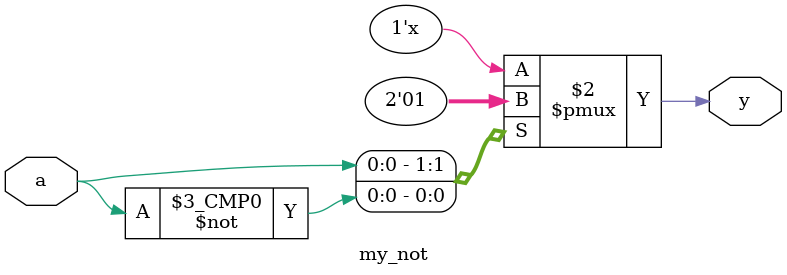
<source format=v>
module my_not (a, y);
    input a;
    output reg y;

    always @(a) 
    begin
        case (a)
        1 : y = 0;
        0 : y = 1;
        endcase
    end
endmodule

</source>
